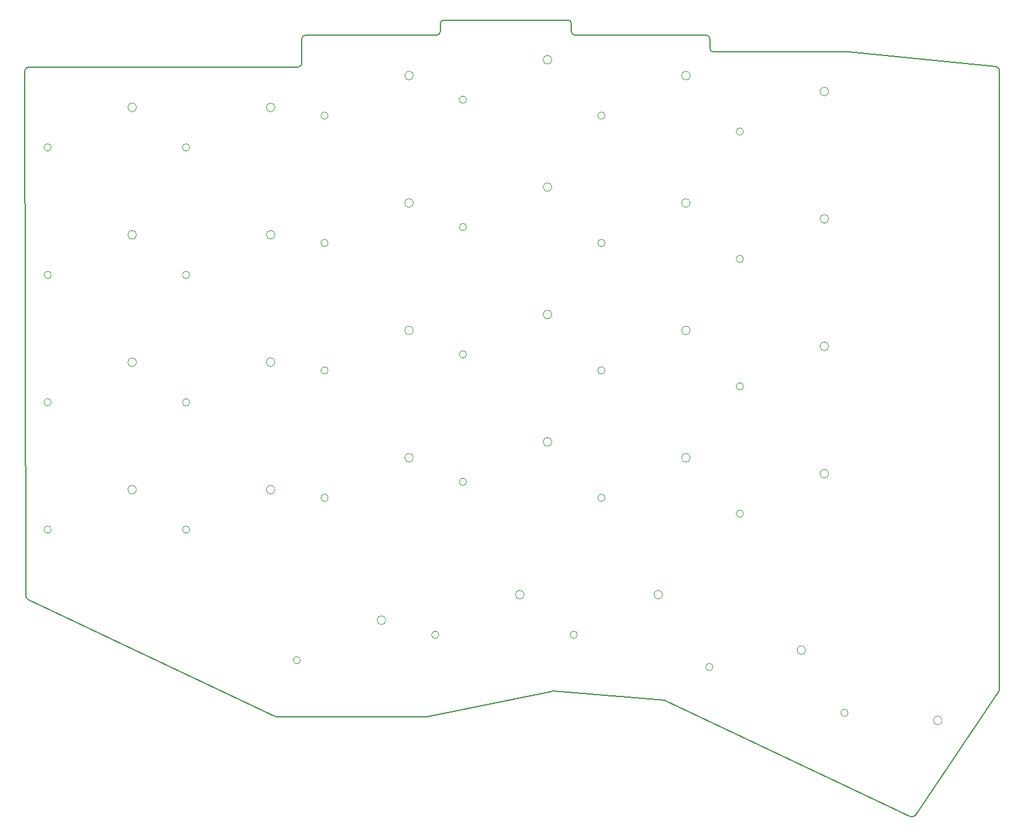
<source format=gbr>
%TF.GenerationSoftware,KiCad,Pcbnew,8.0.7*%
%TF.CreationDate,2025-02-11T23:53:50-03:00*%
%TF.ProjectId,souffle_wireless,736f7566-666c-4655-9f77-6972656c6573,0.1*%
%TF.SameCoordinates,Original*%
%TF.FileFunction,Profile,NP*%
%FSLAX46Y46*%
G04 Gerber Fmt 4.6, Leading zero omitted, Abs format (unit mm)*
G04 Created by KiCad (PCBNEW 8.0.7) date 2025-02-11 23:53:50*
%MOMM*%
%LPD*%
G01*
G04 APERTURE LIST*
%TA.AperFunction,Profile*%
%ADD10C,0.150000*%
%TD*%
%TA.AperFunction,Profile*%
%ADD11C,0.100000*%
%TD*%
G04 APERTURE END LIST*
D10*
X91249265Y-111934295D02*
X91081166Y-39703650D01*
X91581152Y-39202487D02*
X128580013Y-39201513D01*
X129080000Y-38701513D02*
X129080000Y-35327500D01*
X129580000Y-34827500D02*
X147580000Y-34827500D01*
X148080000Y-34327500D02*
X148080000Y-33252500D01*
X148580000Y-32752500D02*
X165582000Y-32752500D01*
X166082000Y-33252500D02*
X166082000Y-34327500D01*
X166582000Y-34827500D02*
X184582000Y-34827500D01*
X185082000Y-35327500D02*
X185082000Y-36623118D01*
X185581882Y-37123118D02*
X204057123Y-37127494D01*
X204106754Y-37129975D02*
X224382749Y-39157477D01*
X224833000Y-124710624D02*
X224833000Y-39654996D01*
X224747508Y-124990237D02*
X213282855Y-141985811D01*
X212654395Y-142158110D02*
X179005181Y-126227338D01*
X178831516Y-126180876D02*
X163520446Y-124943195D01*
X163380736Y-124951554D02*
X146249210Y-128427515D01*
X146149787Y-128437500D02*
X125562355Y-128437500D01*
X125348446Y-128389433D02*
X91535356Y-112385064D01*
X91081166Y-39703650D02*
G75*
G02*
X91581152Y-39202465I500034J1150D01*
G01*
X129080000Y-38701513D02*
G75*
G02*
X128580013Y-39201500I-500000J13D01*
G01*
X129080000Y-35327500D02*
G75*
G02*
X129580000Y-34827500I500000J0D01*
G01*
X148080000Y-34327500D02*
G75*
G02*
X147580000Y-34827500I-500000J0D01*
G01*
X148080000Y-33252500D02*
G75*
G02*
X148580000Y-32752500I500000J0D01*
G01*
X165582000Y-32752500D02*
G75*
G02*
X166082000Y-33252500I0J-500000D01*
G01*
X166582000Y-34827500D02*
G75*
G02*
X166082000Y-34327500I0J500000D01*
G01*
X184582000Y-34827500D02*
G75*
G02*
X185082000Y-35327500I0J-500000D01*
G01*
X185581882Y-37123118D02*
G75*
G02*
X185081982Y-36623118I118J500018D01*
G01*
X204057123Y-37127494D02*
G75*
G02*
X204106754Y-37129974I-123J-500306D01*
G01*
X224382750Y-39157477D02*
G75*
G02*
X224833004Y-39654996I-49750J-497523D01*
G01*
X224833000Y-124710624D02*
G75*
G02*
X224747497Y-124990229I-500000J24D01*
G01*
X213282855Y-141985811D02*
G75*
G02*
X212654369Y-142158164I-414555J279611D01*
G01*
X178831516Y-126180876D02*
G75*
G02*
X179005179Y-126227343I-40316J-498424D01*
G01*
X163380736Y-124951554D02*
G75*
G02*
X163520447Y-124943182I99464J-489946D01*
G01*
X146249210Y-128427515D02*
G75*
G02*
X146149787Y-128437499I-99410J489915D01*
G01*
X125562355Y-128437500D02*
G75*
G02*
X125348454Y-128389415I45J500000D01*
G01*
X91535356Y-112385064D02*
G75*
G02*
X91249258Y-111934295I213944J451964D01*
G01*
D11*
%TO.C,S1*%
X94700000Y-102750000D02*
G75*
G02*
X93700000Y-102750000I-500000J0D01*
G01*
X93700000Y-102750000D02*
G75*
G02*
X94700000Y-102750000I500000J0D01*
G01*
X106400000Y-97250000D02*
G75*
G02*
X105200000Y-97250000I-600000J0D01*
G01*
X105200000Y-97250000D02*
G75*
G02*
X106400000Y-97250000I600000J0D01*
G01*
%TO.C,S2*%
X94700000Y-85250000D02*
G75*
G02*
X93700000Y-85250000I-500000J0D01*
G01*
X93700000Y-85250000D02*
G75*
G02*
X94700000Y-85250000I500000J0D01*
G01*
X106400000Y-79750000D02*
G75*
G02*
X105200000Y-79750000I-600000J0D01*
G01*
X105200000Y-79750000D02*
G75*
G02*
X106400000Y-79750000I600000J0D01*
G01*
%TO.C,S3*%
X94700000Y-67750000D02*
G75*
G02*
X93700000Y-67750000I-500000J0D01*
G01*
X93700000Y-67750000D02*
G75*
G02*
X94700000Y-67750000I500000J0D01*
G01*
X106400000Y-62250000D02*
G75*
G02*
X105200000Y-62250000I-600000J0D01*
G01*
X105200000Y-62250000D02*
G75*
G02*
X106400000Y-62250000I600000J0D01*
G01*
%TO.C,S4*%
X94700000Y-50250000D02*
G75*
G02*
X93700000Y-50250000I-500000J0D01*
G01*
X93700000Y-50250000D02*
G75*
G02*
X94700000Y-50250000I500000J0D01*
G01*
X106400000Y-44750000D02*
G75*
G02*
X105200000Y-44750000I-600000J0D01*
G01*
X105200000Y-44750000D02*
G75*
G02*
X106400000Y-44750000I600000J0D01*
G01*
%TO.C,S5*%
X113700000Y-102750000D02*
G75*
G02*
X112700000Y-102750000I-500000J0D01*
G01*
X112700000Y-102750000D02*
G75*
G02*
X113700000Y-102750000I500000J0D01*
G01*
X125400000Y-97250000D02*
G75*
G02*
X124200000Y-97250000I-600000J0D01*
G01*
X124200000Y-97250000D02*
G75*
G02*
X125400000Y-97250000I600000J0D01*
G01*
%TO.C,S6*%
X113700000Y-85250000D02*
G75*
G02*
X112700000Y-85250000I-500000J0D01*
G01*
X112700000Y-85250000D02*
G75*
G02*
X113700000Y-85250000I500000J0D01*
G01*
X125400000Y-79750000D02*
G75*
G02*
X124200000Y-79750000I-600000J0D01*
G01*
X124200000Y-79750000D02*
G75*
G02*
X125400000Y-79750000I600000J0D01*
G01*
%TO.C,S7*%
X113700000Y-67750000D02*
G75*
G02*
X112700000Y-67750000I-500000J0D01*
G01*
X112700000Y-67750000D02*
G75*
G02*
X113700000Y-67750000I500000J0D01*
G01*
X125400000Y-62250000D02*
G75*
G02*
X124200000Y-62250000I-600000J0D01*
G01*
X124200000Y-62250000D02*
G75*
G02*
X125400000Y-62250000I600000J0D01*
G01*
%TO.C,S8*%
X113700000Y-50250000D02*
G75*
G02*
X112700000Y-50250000I-500000J0D01*
G01*
X112700000Y-50250000D02*
G75*
G02*
X113700000Y-50250000I500000J0D01*
G01*
X125400000Y-44750000D02*
G75*
G02*
X124200000Y-44750000I-600000J0D01*
G01*
X124200000Y-44750000D02*
G75*
G02*
X125400000Y-44750000I600000J0D01*
G01*
%TO.C,S9*%
X132700000Y-98375000D02*
G75*
G02*
X131700000Y-98375000I-500000J0D01*
G01*
X131700000Y-98375000D02*
G75*
G02*
X132700000Y-98375000I500000J0D01*
G01*
X144400000Y-92875000D02*
G75*
G02*
X143200000Y-92875000I-600000J0D01*
G01*
X143200000Y-92875000D02*
G75*
G02*
X144400000Y-92875000I600000J0D01*
G01*
%TO.C,S10*%
X132700000Y-80875000D02*
G75*
G02*
X131700000Y-80875000I-500000J0D01*
G01*
X131700000Y-80875000D02*
G75*
G02*
X132700000Y-80875000I500000J0D01*
G01*
X144400000Y-75375000D02*
G75*
G02*
X143200000Y-75375000I-600000J0D01*
G01*
X143200000Y-75375000D02*
G75*
G02*
X144400000Y-75375000I600000J0D01*
G01*
%TO.C,S11*%
X132700000Y-63375000D02*
G75*
G02*
X131700000Y-63375000I-500000J0D01*
G01*
X131700000Y-63375000D02*
G75*
G02*
X132700000Y-63375000I500000J0D01*
G01*
X144400000Y-57875000D02*
G75*
G02*
X143200000Y-57875000I-600000J0D01*
G01*
X143200000Y-57875000D02*
G75*
G02*
X144400000Y-57875000I600000J0D01*
G01*
%TO.C,S12*%
X132700000Y-45875000D02*
G75*
G02*
X131700000Y-45875000I-500000J0D01*
G01*
X131700000Y-45875000D02*
G75*
G02*
X132700000Y-45875000I500000J0D01*
G01*
X144400000Y-40375000D02*
G75*
G02*
X143200000Y-40375000I-600000J0D01*
G01*
X143200000Y-40375000D02*
G75*
G02*
X144400000Y-40375000I600000J0D01*
G01*
%TO.C,S13*%
X151700000Y-96187500D02*
G75*
G02*
X150700000Y-96187500I-500000J0D01*
G01*
X150700000Y-96187500D02*
G75*
G02*
X151700000Y-96187500I500000J0D01*
G01*
X163400000Y-90687500D02*
G75*
G02*
X162200000Y-90687500I-600000J0D01*
G01*
X162200000Y-90687500D02*
G75*
G02*
X163400000Y-90687500I600000J0D01*
G01*
%TO.C,S14*%
X151700000Y-78687500D02*
G75*
G02*
X150700000Y-78687500I-500000J0D01*
G01*
X150700000Y-78687500D02*
G75*
G02*
X151700000Y-78687500I500000J0D01*
G01*
X163400000Y-73187500D02*
G75*
G02*
X162200000Y-73187500I-600000J0D01*
G01*
X162200000Y-73187500D02*
G75*
G02*
X163400000Y-73187500I600000J0D01*
G01*
%TO.C,S15*%
X151700000Y-61187500D02*
G75*
G02*
X150700000Y-61187500I-500000J0D01*
G01*
X150700000Y-61187500D02*
G75*
G02*
X151700000Y-61187500I500000J0D01*
G01*
X163400000Y-55687500D02*
G75*
G02*
X162200000Y-55687500I-600000J0D01*
G01*
X162200000Y-55687500D02*
G75*
G02*
X163400000Y-55687500I600000J0D01*
G01*
%TO.C,S16*%
X151700000Y-43687500D02*
G75*
G02*
X150700000Y-43687500I-500000J0D01*
G01*
X150700000Y-43687500D02*
G75*
G02*
X151700000Y-43687500I500000J0D01*
G01*
X163400000Y-38187500D02*
G75*
G02*
X162200000Y-38187500I-600000J0D01*
G01*
X162200000Y-38187500D02*
G75*
G02*
X163400000Y-38187500I600000J0D01*
G01*
%TO.C,S17*%
X170700000Y-98375000D02*
G75*
G02*
X169700000Y-98375000I-500000J0D01*
G01*
X169700000Y-98375000D02*
G75*
G02*
X170700000Y-98375000I500000J0D01*
G01*
X182400000Y-92875000D02*
G75*
G02*
X181200000Y-92875000I-600000J0D01*
G01*
X181200000Y-92875000D02*
G75*
G02*
X182400000Y-92875000I600000J0D01*
G01*
%TO.C,S18*%
X170700000Y-80875000D02*
G75*
G02*
X169700000Y-80875000I-500000J0D01*
G01*
X169700000Y-80875000D02*
G75*
G02*
X170700000Y-80875000I500000J0D01*
G01*
X182400000Y-75375000D02*
G75*
G02*
X181200000Y-75375000I-600000J0D01*
G01*
X181200000Y-75375000D02*
G75*
G02*
X182400000Y-75375000I600000J0D01*
G01*
%TO.C,S19*%
X170700000Y-63375000D02*
G75*
G02*
X169700000Y-63375000I-500000J0D01*
G01*
X169700000Y-63375000D02*
G75*
G02*
X170700000Y-63375000I500000J0D01*
G01*
X182400000Y-57875000D02*
G75*
G02*
X181200000Y-57875000I-600000J0D01*
G01*
X181200000Y-57875000D02*
G75*
G02*
X182400000Y-57875000I600000J0D01*
G01*
%TO.C,S20*%
X170700000Y-45875000D02*
G75*
G02*
X169700000Y-45875000I-500000J0D01*
G01*
X169700000Y-45875000D02*
G75*
G02*
X170700000Y-45875000I500000J0D01*
G01*
X182400000Y-40375000D02*
G75*
G02*
X181200000Y-40375000I-600000J0D01*
G01*
X181200000Y-40375000D02*
G75*
G02*
X182400000Y-40375000I600000J0D01*
G01*
%TO.C,S21*%
X189700000Y-100562500D02*
G75*
G02*
X188700000Y-100562500I-500000J0D01*
G01*
X188700000Y-100562500D02*
G75*
G02*
X189700000Y-100562500I500000J0D01*
G01*
X201400000Y-95062500D02*
G75*
G02*
X200200000Y-95062500I-600000J0D01*
G01*
X200200000Y-95062500D02*
G75*
G02*
X201400000Y-95062500I600000J0D01*
G01*
%TO.C,S22*%
X189700000Y-83062500D02*
G75*
G02*
X188700000Y-83062500I-500000J0D01*
G01*
X188700000Y-83062500D02*
G75*
G02*
X189700000Y-83062500I500000J0D01*
G01*
X201400000Y-77562500D02*
G75*
G02*
X200200000Y-77562500I-600000J0D01*
G01*
X200200000Y-77562500D02*
G75*
G02*
X201400000Y-77562500I600000J0D01*
G01*
%TO.C,S23*%
X189700000Y-65562500D02*
G75*
G02*
X188700000Y-65562500I-500000J0D01*
G01*
X188700000Y-65562500D02*
G75*
G02*
X189700000Y-65562500I500000J0D01*
G01*
X201400000Y-60062500D02*
G75*
G02*
X200200000Y-60062500I-600000J0D01*
G01*
X200200000Y-60062500D02*
G75*
G02*
X201400000Y-60062500I600000J0D01*
G01*
%TO.C,S24*%
X189700000Y-48062500D02*
G75*
G02*
X188700000Y-48062500I-500000J0D01*
G01*
X188700000Y-48062500D02*
G75*
G02*
X189700000Y-48062500I500000J0D01*
G01*
X201400000Y-42562500D02*
G75*
G02*
X200200000Y-42562500I-600000J0D01*
G01*
X200200000Y-42562500D02*
G75*
G02*
X201400000Y-42562500I600000J0D01*
G01*
%TO.C,S25*%
X128900000Y-120687500D02*
G75*
G02*
X127900000Y-120687500I-500000J0D01*
G01*
X127900000Y-120687500D02*
G75*
G02*
X128900000Y-120687500I500000J0D01*
G01*
X140600000Y-115187500D02*
G75*
G02*
X139400000Y-115187500I-600000J0D01*
G01*
X139400000Y-115187500D02*
G75*
G02*
X140600000Y-115187500I600000J0D01*
G01*
%TO.C,S26*%
X147900000Y-117187500D02*
G75*
G02*
X146900000Y-117187500I-500000J0D01*
G01*
X146900000Y-117187500D02*
G75*
G02*
X147900000Y-117187500I500000J0D01*
G01*
X159600000Y-111687500D02*
G75*
G02*
X158400000Y-111687500I-600000J0D01*
G01*
X158400000Y-111687500D02*
G75*
G02*
X159600000Y-111687500I600000J0D01*
G01*
%TO.C,S27*%
X166900000Y-117187500D02*
G75*
G02*
X165900000Y-117187500I-500000J0D01*
G01*
X165900000Y-117187500D02*
G75*
G02*
X166900000Y-117187500I500000J0D01*
G01*
X178600000Y-111687500D02*
G75*
G02*
X177400000Y-111687500I-600000J0D01*
G01*
X177400000Y-111687500D02*
G75*
G02*
X178600000Y-111687500I600000J0D01*
G01*
%TO.C,S28*%
X185515378Y-121609146D02*
G75*
G02*
X184515378Y-121609146I-500000J0D01*
G01*
X184515378Y-121609146D02*
G75*
G02*
X185515378Y-121609146I500000J0D01*
G01*
X198243623Y-119298854D02*
G75*
G02*
X197043621Y-119298854I-600001J0D01*
G01*
X197043621Y-119298854D02*
G75*
G02*
X198243623Y-119298854I600001J0D01*
G01*
%TO.C,S29*%
X204059152Y-127917770D02*
G75*
G02*
X203059154Y-127917770I-499999J0D01*
G01*
X203059154Y-127917770D02*
G75*
G02*
X204059152Y-127917770I499999J0D01*
G01*
X216955048Y-128954630D02*
G75*
G02*
X215755046Y-128954630I-600001J0D01*
G01*
X215755046Y-128954630D02*
G75*
G02*
X216955048Y-128954630I600001J0D01*
G01*
%TO.C,S30*%
X94700000Y-102750000D02*
G75*
G02*
X93700000Y-102750000I-500000J0D01*
G01*
X93700000Y-102750000D02*
G75*
G02*
X94700000Y-102750000I500000J0D01*
G01*
X106400000Y-97250000D02*
G75*
G02*
X105200000Y-97250000I-600000J0D01*
G01*
X105200000Y-97250000D02*
G75*
G02*
X106400000Y-97250000I600000J0D01*
G01*
%TO.C,S31*%
X94700000Y-85250000D02*
G75*
G02*
X93700000Y-85250000I-500000J0D01*
G01*
X93700000Y-85250000D02*
G75*
G02*
X94700000Y-85250000I500000J0D01*
G01*
X106400000Y-79750000D02*
G75*
G02*
X105200000Y-79750000I-600000J0D01*
G01*
X105200000Y-79750000D02*
G75*
G02*
X106400000Y-79750000I600000J0D01*
G01*
%TO.C,S32*%
X94700000Y-67750000D02*
G75*
G02*
X93700000Y-67750000I-500000J0D01*
G01*
X93700000Y-67750000D02*
G75*
G02*
X94700000Y-67750000I500000J0D01*
G01*
X106400000Y-62250000D02*
G75*
G02*
X105200000Y-62250000I-600000J0D01*
G01*
X105200000Y-62250000D02*
G75*
G02*
X106400000Y-62250000I600000J0D01*
G01*
%TO.C,S33*%
X94700000Y-50250000D02*
G75*
G02*
X93700000Y-50250000I-500000J0D01*
G01*
X93700000Y-50250000D02*
G75*
G02*
X94700000Y-50250000I500000J0D01*
G01*
X106400000Y-44750000D02*
G75*
G02*
X105200000Y-44750000I-600000J0D01*
G01*
X105200000Y-44750000D02*
G75*
G02*
X106400000Y-44750000I600000J0D01*
G01*
%TO.C,S34*%
X113700000Y-102750000D02*
G75*
G02*
X112700000Y-102750000I-500000J0D01*
G01*
X112700000Y-102750000D02*
G75*
G02*
X113700000Y-102750000I500000J0D01*
G01*
X125400000Y-97250000D02*
G75*
G02*
X124200000Y-97250000I-600000J0D01*
G01*
X124200000Y-97250000D02*
G75*
G02*
X125400000Y-97250000I600000J0D01*
G01*
%TO.C,S35*%
X113700000Y-85250000D02*
G75*
G02*
X112700000Y-85250000I-500000J0D01*
G01*
X112700000Y-85250000D02*
G75*
G02*
X113700000Y-85250000I500000J0D01*
G01*
X125400000Y-79750000D02*
G75*
G02*
X124200000Y-79750000I-600000J0D01*
G01*
X124200000Y-79750000D02*
G75*
G02*
X125400000Y-79750000I600000J0D01*
G01*
%TO.C,S36*%
X113700000Y-67750000D02*
G75*
G02*
X112700000Y-67750000I-500000J0D01*
G01*
X112700000Y-67750000D02*
G75*
G02*
X113700000Y-67750000I500000J0D01*
G01*
X125400000Y-62250000D02*
G75*
G02*
X124200000Y-62250000I-600000J0D01*
G01*
X124200000Y-62250000D02*
G75*
G02*
X125400000Y-62250000I600000J0D01*
G01*
%TO.C,S37*%
X113700000Y-50250000D02*
G75*
G02*
X112700000Y-50250000I-500000J0D01*
G01*
X112700000Y-50250000D02*
G75*
G02*
X113700000Y-50250000I500000J0D01*
G01*
X125400000Y-44750000D02*
G75*
G02*
X124200000Y-44750000I-600000J0D01*
G01*
X124200000Y-44750000D02*
G75*
G02*
X125400000Y-44750000I600000J0D01*
G01*
%TO.C,S38*%
X132700000Y-98375000D02*
G75*
G02*
X131700000Y-98375000I-500000J0D01*
G01*
X131700000Y-98375000D02*
G75*
G02*
X132700000Y-98375000I500000J0D01*
G01*
X144400000Y-92875000D02*
G75*
G02*
X143200000Y-92875000I-600000J0D01*
G01*
X143200000Y-92875000D02*
G75*
G02*
X144400000Y-92875000I600000J0D01*
G01*
%TO.C,S39*%
X132700000Y-80875000D02*
G75*
G02*
X131700000Y-80875000I-500000J0D01*
G01*
X131700000Y-80875000D02*
G75*
G02*
X132700000Y-80875000I500000J0D01*
G01*
X144400000Y-75375000D02*
G75*
G02*
X143200000Y-75375000I-600000J0D01*
G01*
X143200000Y-75375000D02*
G75*
G02*
X144400000Y-75375000I600000J0D01*
G01*
%TO.C,S40*%
X132700000Y-63375000D02*
G75*
G02*
X131700000Y-63375000I-500000J0D01*
G01*
X131700000Y-63375000D02*
G75*
G02*
X132700000Y-63375000I500000J0D01*
G01*
X144400000Y-57875000D02*
G75*
G02*
X143200000Y-57875000I-600000J0D01*
G01*
X143200000Y-57875000D02*
G75*
G02*
X144400000Y-57875000I600000J0D01*
G01*
%TO.C,S41*%
X132700000Y-45875000D02*
G75*
G02*
X131700000Y-45875000I-500000J0D01*
G01*
X131700000Y-45875000D02*
G75*
G02*
X132700000Y-45875000I500000J0D01*
G01*
X144400000Y-40375000D02*
G75*
G02*
X143200000Y-40375000I-600000J0D01*
G01*
X143200000Y-40375000D02*
G75*
G02*
X144400000Y-40375000I600000J0D01*
G01*
%TO.C,S42*%
X151700000Y-96187500D02*
G75*
G02*
X150700000Y-96187500I-500000J0D01*
G01*
X150700000Y-96187500D02*
G75*
G02*
X151700000Y-96187500I500000J0D01*
G01*
X163400000Y-90687500D02*
G75*
G02*
X162200000Y-90687500I-600000J0D01*
G01*
X162200000Y-90687500D02*
G75*
G02*
X163400000Y-90687500I600000J0D01*
G01*
%TO.C,S43*%
X151700000Y-78687500D02*
G75*
G02*
X150700000Y-78687500I-500000J0D01*
G01*
X150700000Y-78687500D02*
G75*
G02*
X151700000Y-78687500I500000J0D01*
G01*
X163400000Y-73187500D02*
G75*
G02*
X162200000Y-73187500I-600000J0D01*
G01*
X162200000Y-73187500D02*
G75*
G02*
X163400000Y-73187500I600000J0D01*
G01*
%TO.C,S44*%
X151700000Y-61187500D02*
G75*
G02*
X150700000Y-61187500I-500000J0D01*
G01*
X150700000Y-61187500D02*
G75*
G02*
X151700000Y-61187500I500000J0D01*
G01*
X163400000Y-55687500D02*
G75*
G02*
X162200000Y-55687500I-600000J0D01*
G01*
X162200000Y-55687500D02*
G75*
G02*
X163400000Y-55687500I600000J0D01*
G01*
%TO.C,S45*%
X151700000Y-43687500D02*
G75*
G02*
X150700000Y-43687500I-500000J0D01*
G01*
X150700000Y-43687500D02*
G75*
G02*
X151700000Y-43687500I500000J0D01*
G01*
X163400000Y-38187500D02*
G75*
G02*
X162200000Y-38187500I-600000J0D01*
G01*
X162200000Y-38187500D02*
G75*
G02*
X163400000Y-38187500I600000J0D01*
G01*
%TO.C,S46*%
X170700000Y-98375000D02*
G75*
G02*
X169700000Y-98375000I-500000J0D01*
G01*
X169700000Y-98375000D02*
G75*
G02*
X170700000Y-98375000I500000J0D01*
G01*
X182400000Y-92875000D02*
G75*
G02*
X181200000Y-92875000I-600000J0D01*
G01*
X181200000Y-92875000D02*
G75*
G02*
X182400000Y-92875000I600000J0D01*
G01*
%TO.C,S47*%
X170700000Y-80875000D02*
G75*
G02*
X169700000Y-80875000I-500000J0D01*
G01*
X169700000Y-80875000D02*
G75*
G02*
X170700000Y-80875000I500000J0D01*
G01*
X182400000Y-75375000D02*
G75*
G02*
X181200000Y-75375000I-600000J0D01*
G01*
X181200000Y-75375000D02*
G75*
G02*
X182400000Y-75375000I600000J0D01*
G01*
%TO.C,S48*%
X170700000Y-63375000D02*
G75*
G02*
X169700000Y-63375000I-500000J0D01*
G01*
X169700000Y-63375000D02*
G75*
G02*
X170700000Y-63375000I500000J0D01*
G01*
X182400000Y-57875000D02*
G75*
G02*
X181200000Y-57875000I-600000J0D01*
G01*
X181200000Y-57875000D02*
G75*
G02*
X182400000Y-57875000I600000J0D01*
G01*
%TO.C,S49*%
X170700000Y-45875000D02*
G75*
G02*
X169700000Y-45875000I-500000J0D01*
G01*
X169700000Y-45875000D02*
G75*
G02*
X170700000Y-45875000I500000J0D01*
G01*
X182400000Y-40375000D02*
G75*
G02*
X181200000Y-40375000I-600000J0D01*
G01*
X181200000Y-40375000D02*
G75*
G02*
X182400000Y-40375000I600000J0D01*
G01*
%TO.C,S50*%
X189700000Y-100562500D02*
G75*
G02*
X188700000Y-100562500I-500000J0D01*
G01*
X188700000Y-100562500D02*
G75*
G02*
X189700000Y-100562500I500000J0D01*
G01*
X201400000Y-95062500D02*
G75*
G02*
X200200000Y-95062500I-600000J0D01*
G01*
X200200000Y-95062500D02*
G75*
G02*
X201400000Y-95062500I600000J0D01*
G01*
%TO.C,S51*%
X189700000Y-83062500D02*
G75*
G02*
X188700000Y-83062500I-500000J0D01*
G01*
X188700000Y-83062500D02*
G75*
G02*
X189700000Y-83062500I500000J0D01*
G01*
X201400000Y-77562500D02*
G75*
G02*
X200200000Y-77562500I-600000J0D01*
G01*
X200200000Y-77562500D02*
G75*
G02*
X201400000Y-77562500I600000J0D01*
G01*
%TO.C,S52*%
X189700000Y-65562500D02*
G75*
G02*
X188700000Y-65562500I-500000J0D01*
G01*
X188700000Y-65562500D02*
G75*
G02*
X189700000Y-65562500I500000J0D01*
G01*
X201400000Y-60062500D02*
G75*
G02*
X200200000Y-60062500I-600000J0D01*
G01*
X200200000Y-60062500D02*
G75*
G02*
X201400000Y-60062500I600000J0D01*
G01*
%TO.C,S53*%
X189700000Y-48062500D02*
G75*
G02*
X188700000Y-48062500I-500000J0D01*
G01*
X188700000Y-48062500D02*
G75*
G02*
X189700000Y-48062500I500000J0D01*
G01*
X201400000Y-42562500D02*
G75*
G02*
X200200000Y-42562500I-600000J0D01*
G01*
X200200000Y-42562500D02*
G75*
G02*
X201400000Y-42562500I600000J0D01*
G01*
%TO.C,S54*%
X128900000Y-120687500D02*
G75*
G02*
X127900000Y-120687500I-500000J0D01*
G01*
X127900000Y-120687500D02*
G75*
G02*
X128900000Y-120687500I500000J0D01*
G01*
X140600000Y-115187500D02*
G75*
G02*
X139400000Y-115187500I-600000J0D01*
G01*
X139400000Y-115187500D02*
G75*
G02*
X140600000Y-115187500I600000J0D01*
G01*
%TO.C,S55*%
X147900000Y-117187500D02*
G75*
G02*
X146900000Y-117187500I-500000J0D01*
G01*
X146900000Y-117187500D02*
G75*
G02*
X147900000Y-117187500I500000J0D01*
G01*
X159600000Y-111687500D02*
G75*
G02*
X158400000Y-111687500I-600000J0D01*
G01*
X158400000Y-111687500D02*
G75*
G02*
X159600000Y-111687500I600000J0D01*
G01*
%TO.C,S56*%
X166900000Y-117187500D02*
G75*
G02*
X165900000Y-117187500I-500000J0D01*
G01*
X165900000Y-117187500D02*
G75*
G02*
X166900000Y-117187500I500000J0D01*
G01*
X178600000Y-111687500D02*
G75*
G02*
X177400000Y-111687500I-600000J0D01*
G01*
X177400000Y-111687500D02*
G75*
G02*
X178600000Y-111687500I600000J0D01*
G01*
%TO.C,S57*%
X185515378Y-121609146D02*
G75*
G02*
X184515378Y-121609146I-500000J0D01*
G01*
X184515378Y-121609146D02*
G75*
G02*
X185515378Y-121609146I500000J0D01*
G01*
X198243623Y-119298854D02*
G75*
G02*
X197043621Y-119298854I-600001J0D01*
G01*
X197043621Y-119298854D02*
G75*
G02*
X198243623Y-119298854I600001J0D01*
G01*
%TO.C,S58*%
X204059152Y-127917770D02*
G75*
G02*
X203059154Y-127917770I-499999J0D01*
G01*
X203059154Y-127917770D02*
G75*
G02*
X204059152Y-127917770I499999J0D01*
G01*
X216955048Y-128954630D02*
G75*
G02*
X215755046Y-128954630I-600001J0D01*
G01*
X215755046Y-128954630D02*
G75*
G02*
X216955048Y-128954630I600001J0D01*
G01*
%TD*%
M02*

</source>
